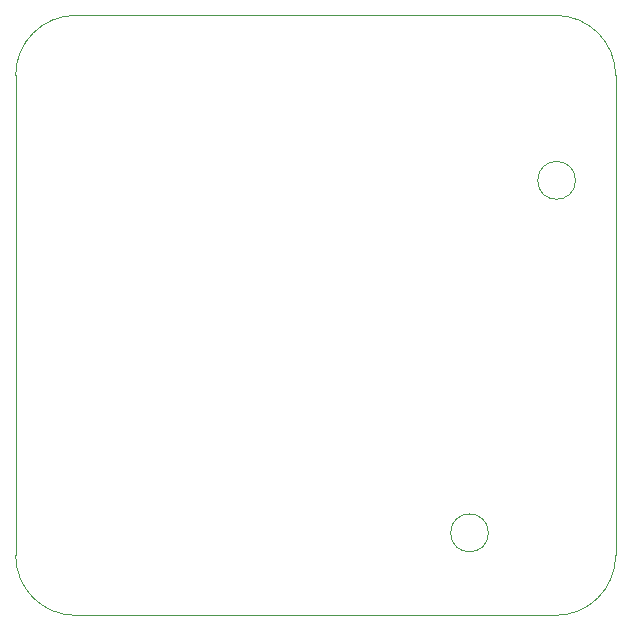
<source format=gm1>
G04 #@! TF.GenerationSoftware,KiCad,Pcbnew,8.0.5*
G04 #@! TF.CreationDate,2025-01-12T15:15:27+01:00*
G04 #@! TF.ProjectId,drone,64726f6e-652e-46b6-9963-61645f706362,rev?*
G04 #@! TF.SameCoordinates,Original*
G04 #@! TF.FileFunction,Profile,NP*
%FSLAX46Y46*%
G04 Gerber Fmt 4.6, Leading zero omitted, Abs format (unit mm)*
G04 Created by KiCad (PCBNEW 8.0.5) date 2025-01-12 15:15:27*
%MOMM*%
%LPD*%
G01*
G04 APERTURE LIST*
G04 #@! TA.AperFunction,Profile*
%ADD10C,0.100000*%
G04 #@! TD*
G04 APERTURE END LIST*
D10*
X116230000Y-120015000D02*
G75*
G02*
X113030000Y-120015000I-1600000J0D01*
G01*
X113030000Y-120015000D02*
G75*
G02*
X116230000Y-120015000I1600000J0D01*
G01*
X76200000Y-121920000D02*
X76200000Y-81280000D01*
X123600000Y-90170000D02*
G75*
G02*
X120400000Y-90170000I-1600000J0D01*
G01*
X120400000Y-90170000D02*
G75*
G02*
X123600000Y-90170000I1600000J0D01*
G01*
X81280000Y-127000000D02*
X121920000Y-127000000D01*
X127000000Y-121920000D02*
G75*
G02*
X121920000Y-127000000I-5080000J0D01*
G01*
X121920000Y-76200000D02*
X81280000Y-76200000D01*
X81280000Y-127000000D02*
G75*
G02*
X76200000Y-121920000I0J5080000D01*
G01*
X76200000Y-81280000D02*
G75*
G02*
X81280000Y-76200000I5080000J0D01*
G01*
X121920000Y-76200000D02*
G75*
G02*
X127000000Y-81280000I0J-5080000D01*
G01*
X127000000Y-121920000D02*
X127000000Y-81280000D01*
M02*

</source>
